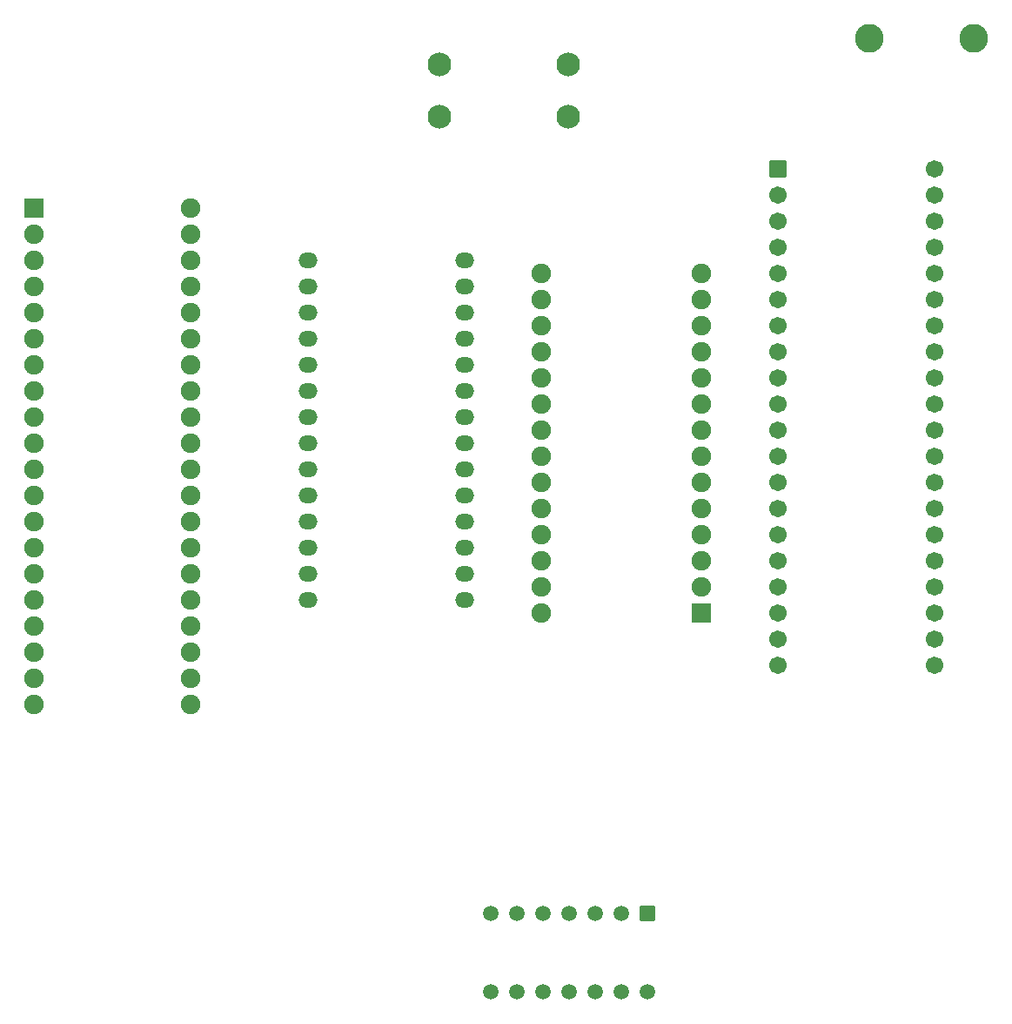
<source format=gbs>
G04 Layer: BottomSolderMaskLayer*
G04 EasyEDA v6.5.20, 2022-11-29 04:13:21*
G04 a67cddfb3fce44daa9051d46cbbcc19f,10*
G04 Gerber Generator version 0.2*
G04 Scale: 100 percent, Rotated: No, Reflected: No *
G04 Dimensions in inches *
G04 leading zeros omitted , absolute positions ,3 integer and 6 decimal *
%FSLAX36Y36*%
%MOIN*%

%AMMACRO1*1,1,$1,$2,$3*1,1,$1,$4,$5*1,1,$1,0-$2,0-$3*1,1,$1,0-$4,0-$5*20,1,$1,$2,$3,$4,$5,0*20,1,$1,$4,$5,0-$2,0-$3,0*20,1,$1,0-$2,0-$3,0-$4,0-$5,0*20,1,$1,0-$4,0-$5,$2,$3,0*4,1,4,$2,$3,$4,$5,0-$2,0-$3,0-$4,0-$5,$2,$3,0*%
%ADD10C,0.1102*%
%ADD11C,0.0906*%
%ADD12MACRO1,0.004X0.0275X-0.0275X-0.0275X-0.0275*%
%ADD13C,0.0590*%
%ADD14C,0.0670*%
%ADD15MACRO1,0.004X0.0315X0.0315X0.0315X-0.0315*%
%ADD16O,0.072898X0.059118000000000004*%
%ADD17C,0.0749*%
%ADD18MACRO1,0.004X-0.0354X-0.0354X-0.0354X0.0354*%
%ADD19MACRO1,0.004X0.0354X0.0354X0.0354X-0.0354*%

%LPD*%
D10*
G01*
X4750000Y3800000D03*
G01*
X4350000Y3800000D03*
D11*
G01*
X3196099Y3500000D03*
G01*
X2703900Y3500000D03*
G01*
X3196099Y3700000D03*
G01*
X2703900Y3700000D03*
D12*
G01*
X3500000Y450000D03*
D13*
G01*
X3400000Y450000D03*
G01*
X3300000Y450000D03*
G01*
X3200000Y450000D03*
G01*
X3100000Y450000D03*
G01*
X3000000Y450000D03*
G01*
X2900000Y450000D03*
G01*
X2900000Y150000D03*
G01*
X3000000Y150000D03*
G01*
X3100000Y150000D03*
G01*
X3200000Y150000D03*
G01*
X3300000Y150000D03*
G01*
X3400000Y150000D03*
G01*
X3500000Y150000D03*
D14*
G01*
X4600000Y2400000D03*
G01*
X4600000Y2300000D03*
G01*
X4600000Y2200000D03*
G01*
X4600000Y2500000D03*
G01*
X4600000Y2600000D03*
G01*
X4600000Y2100000D03*
G01*
X4600000Y2700000D03*
G01*
X4600000Y2000000D03*
G01*
X4600000Y2800000D03*
G01*
X4600000Y1900000D03*
G01*
X4600000Y1800000D03*
G01*
X4600000Y1700000D03*
G01*
X4600000Y2900000D03*
G01*
X4600000Y3000000D03*
G01*
X4600000Y1600000D03*
G01*
X4600000Y1500000D03*
G01*
X4600000Y1400000D03*
G01*
X4600000Y3100000D03*
G01*
X4600000Y3200000D03*
G01*
X4600000Y3300000D03*
G01*
X4000000Y2400000D03*
D15*
G01*
X4000000Y3300000D03*
D14*
G01*
X4000000Y3200000D03*
G01*
X4000000Y3100000D03*
G01*
X4000000Y3000000D03*
G01*
X4000000Y2900000D03*
G01*
X4000000Y2800000D03*
G01*
X4000000Y2700000D03*
G01*
X4000000Y2600000D03*
G01*
X4000000Y2500000D03*
G01*
X4000000Y2300000D03*
G01*
X4000000Y2200000D03*
G01*
X4000000Y2100000D03*
G01*
X4000000Y2000000D03*
G01*
X4000000Y1900000D03*
G01*
X4000000Y1800000D03*
G01*
X4000000Y1700000D03*
G01*
X4000000Y1600000D03*
G01*
X4000000Y1500000D03*
G01*
X4000000Y1400000D03*
D16*
G01*
X2800000Y1649989D03*
G01*
X2200000Y1649989D03*
G01*
X2800000Y1749989D03*
G01*
X2200000Y1749989D03*
G01*
X2800000Y1849989D03*
G01*
X2200000Y1849989D03*
G01*
X2800000Y1949989D03*
G01*
X2200000Y1949989D03*
G01*
X2800000Y2049989D03*
G01*
X2200000Y2049989D03*
G01*
X2800000Y2149989D03*
G01*
X2200000Y2149989D03*
G01*
X2800000Y2249989D03*
G01*
X2200000Y2249989D03*
G01*
X2800000Y2349989D03*
G01*
X2200000Y2349989D03*
G01*
X2800000Y2449989D03*
G01*
X2200000Y2449989D03*
G01*
X2800000Y2549989D03*
G01*
X2200000Y2549989D03*
G01*
X2800000Y2649989D03*
G01*
X2200000Y2649989D03*
G01*
X2800000Y2749989D03*
G01*
X2200000Y2749989D03*
G01*
X2800000Y2849989D03*
G01*
X2200000Y2849989D03*
G01*
X2800000Y2949989D03*
G01*
X2200000Y2949989D03*
D17*
G01*
X3092910Y1600000D03*
G01*
X3092910Y1700000D03*
G01*
X3092910Y1800000D03*
G01*
X3092910Y1900000D03*
G01*
X3092910Y2000000D03*
G01*
X3092910Y2100000D03*
G01*
X3092910Y2200000D03*
G01*
X3092910Y2300000D03*
G01*
X3092910Y2400000D03*
G01*
X3092910Y2500000D03*
G01*
X3092910Y2600000D03*
G01*
X3092910Y2700000D03*
G01*
X3092910Y2800000D03*
G01*
X3092910Y2900000D03*
G01*
X3707089Y2900000D03*
G01*
X3707089Y2800000D03*
G01*
X3707089Y2700000D03*
G01*
X3707089Y2600000D03*
G01*
X3707089Y2500000D03*
G01*
X3707089Y2400000D03*
G01*
X3707089Y2300000D03*
G01*
X3707089Y2100000D03*
G01*
X3707089Y2000000D03*
G01*
X3707089Y1900000D03*
G01*
X3707089Y1800000D03*
G01*
X3707089Y1700000D03*
G01*
X3707089Y2200000D03*
D18*
G01*
X3707088Y1600000D03*
D17*
G01*
X1150000Y1350000D03*
G01*
X1150000Y1550000D03*
G01*
X1150000Y1450000D03*
G01*
X1150000Y1950000D03*
G01*
X1150000Y2350000D03*
G01*
X1150000Y2450000D03*
G01*
X1150000Y2550000D03*
G01*
X1150000Y2650000D03*
G01*
X1150000Y2750000D03*
G01*
X1150000Y2850000D03*
G01*
X1150000Y2950000D03*
G01*
X1150000Y3050000D03*
D19*
G01*
X1150000Y3150000D03*
D17*
G01*
X1150000Y2250000D03*
G01*
X1150000Y2050000D03*
G01*
X1150000Y2150000D03*
G01*
X1150000Y1850000D03*
G01*
X1150000Y1650000D03*
G01*
X1150000Y1750000D03*
G01*
X1150000Y1250000D03*
G01*
X1750000Y3050000D03*
G01*
X1750000Y3150000D03*
G01*
X1750000Y2950000D03*
G01*
X1750000Y2850000D03*
G01*
X1750000Y1650000D03*
G01*
X1750000Y1750000D03*
G01*
X1750000Y1850000D03*
G01*
X1750000Y1950000D03*
G01*
X1750000Y1550000D03*
G01*
X1750000Y1450000D03*
G01*
X1750000Y1350000D03*
G01*
X1750000Y1250000D03*
G01*
X1750000Y2350000D03*
G01*
X1750000Y2250000D03*
G01*
X1750000Y2150000D03*
G01*
X1750000Y2050000D03*
G01*
X1750000Y2450000D03*
G01*
X1750000Y2550000D03*
G01*
X1750000Y2650000D03*
G01*
X1750000Y2750000D03*
M02*

</source>
